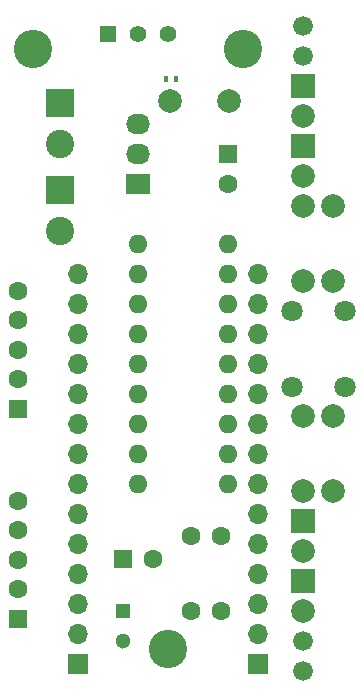
<source format=gbs>
G04 #@! TF.FileFunction,Soldermask,Bot*
%FSLAX46Y46*%
G04 Gerber Fmt 4.6, Leading zero omitted, Abs format (unit mm)*
G04 Created by KiCad (PCBNEW 4.0.7) date 11/30/19 11:05:29*
%MOMM*%
%LPD*%
G01*
G04 APERTURE LIST*
%ADD10C,0.100000*%
%ADD11C,2.000000*%
%ADD12C,1.676400*%
%ADD13R,2.000000X2.000000*%
%ADD14R,1.600000X1.600000*%
%ADD15C,1.600000*%
%ADD16R,1.700000X1.700000*%
%ADD17O,1.700000X1.700000*%
%ADD18R,1.300000X1.300000*%
%ADD19C,1.300000*%
%ADD20O,1.600000X1.600000*%
%ADD21C,3.250000*%
%ADD22R,2.032000X1.727200*%
%ADD23O,2.032000X1.727200*%
%ADD24R,1.397000X1.397000*%
%ADD25C,1.397000*%
%ADD26C,2.400000*%
%ADD27R,2.400000X2.400000*%
%ADD28C,1.998980*%
%ADD29C,1.800000*%
%ADD30R,0.400000X0.600000*%
G04 APERTURE END LIST*
D10*
D11*
X137327000Y-67945000D03*
X142327000Y-67945000D03*
D12*
X148590000Y-116205000D03*
X148590000Y-113665000D03*
D11*
X148590000Y-106045000D03*
D13*
X148590000Y-103505000D03*
D14*
X124460000Y-111760000D03*
D15*
X124460000Y-109260000D03*
X124460000Y-106760000D03*
X124460000Y-104260000D03*
X124460000Y-101760000D03*
D14*
X133350000Y-106680000D03*
D15*
X135850000Y-106680000D03*
D16*
X144780000Y-115570000D03*
D17*
X144780000Y-113030000D03*
X144780000Y-110490000D03*
X144780000Y-107950000D03*
X144780000Y-105410000D03*
X144780000Y-102870000D03*
X144780000Y-100330000D03*
X144780000Y-97790000D03*
X144780000Y-95250000D03*
X144780000Y-92710000D03*
X144780000Y-90170000D03*
X144780000Y-87630000D03*
X144780000Y-85090000D03*
X144780000Y-82550000D03*
D18*
X133350000Y-111125000D03*
D19*
X133350000Y-113625000D03*
D20*
X142240000Y-100330000D03*
X142240000Y-97790000D03*
X142240000Y-95250000D03*
X142240000Y-92710000D03*
X142240000Y-90170000D03*
X142240000Y-87630000D03*
X142240000Y-85090000D03*
X142240000Y-82550000D03*
X142240000Y-80010000D03*
X134620000Y-80010000D03*
X134620000Y-82550000D03*
X134620000Y-85090000D03*
X134620000Y-87630000D03*
X134620000Y-90170000D03*
X134620000Y-92710000D03*
X134620000Y-95250000D03*
X134620000Y-97790000D03*
X134620000Y-100330000D03*
D14*
X124460000Y-93980000D03*
D15*
X124460000Y-91480000D03*
X124460000Y-88980000D03*
X124460000Y-86480000D03*
X124460000Y-83980000D03*
D21*
X137160000Y-114300000D03*
X143510000Y-63500000D03*
X125730000Y-63500000D03*
D15*
X142240000Y-74890000D03*
D14*
X142240000Y-72390000D03*
D22*
X134620000Y-74930000D03*
D23*
X134620000Y-72390000D03*
X134620000Y-69850000D03*
D24*
X132080000Y-62230000D03*
D25*
X134620000Y-62230000D03*
X137160000Y-62230000D03*
D26*
X128016000Y-71572000D03*
D27*
X128016000Y-68072000D03*
D26*
X128016000Y-78938000D03*
D27*
X128016000Y-75438000D03*
D11*
X148590000Y-74295000D03*
D13*
X148590000Y-71755000D03*
D28*
X148590000Y-94615000D03*
X148590000Y-100965000D03*
X151130000Y-83185000D03*
X151130000Y-76835000D03*
X151130000Y-94615000D03*
X151130000Y-100965000D03*
X148590000Y-83185000D03*
X148590000Y-76835000D03*
D15*
X141605000Y-111125000D03*
X141605000Y-104775000D03*
X139065000Y-111125000D03*
X139065000Y-104775000D03*
D29*
X147610000Y-85650000D03*
X152110000Y-85650000D03*
X147610000Y-92150000D03*
X152110000Y-92150000D03*
D16*
X129540000Y-115570000D03*
D17*
X129540000Y-113030000D03*
X129540000Y-110490000D03*
X129540000Y-107950000D03*
X129540000Y-105410000D03*
X129540000Y-102870000D03*
X129540000Y-100330000D03*
X129540000Y-97790000D03*
X129540000Y-95250000D03*
X129540000Y-92710000D03*
X129540000Y-90170000D03*
X129540000Y-87630000D03*
X129540000Y-85090000D03*
X129540000Y-82550000D03*
D30*
X136964000Y-66040000D03*
X137864000Y-66040000D03*
D11*
X148590000Y-111125000D03*
D13*
X148590000Y-108585000D03*
D11*
X148590000Y-69215000D03*
D13*
X148590000Y-66675000D03*
D12*
X148590000Y-64135000D03*
X148590000Y-61595000D03*
M02*

</source>
